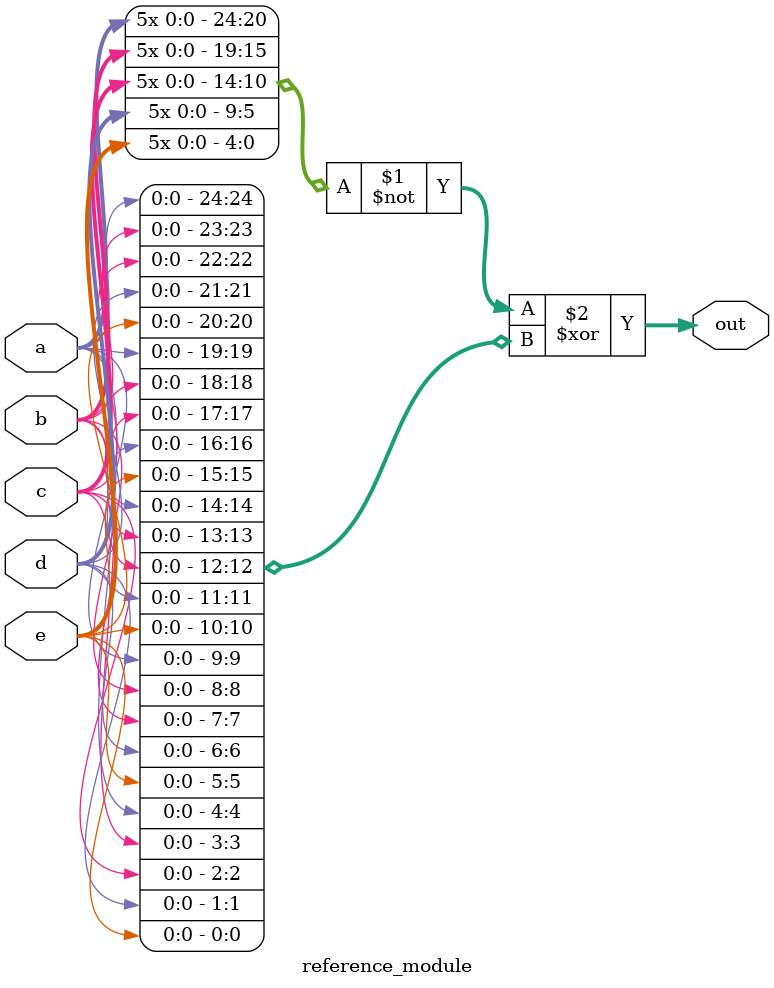
<source format=sv>
module reference_module (
	input a,
	input b,
	input c,
	input d,
	input e,
	output [24:0] out
);

	assign out = ~{ {5{a}}, {5{b}}, {5{c}}, {5{d}}, {5{e}} } ^ {5{a,b,c,d,e}};
	
endmodule

</source>
